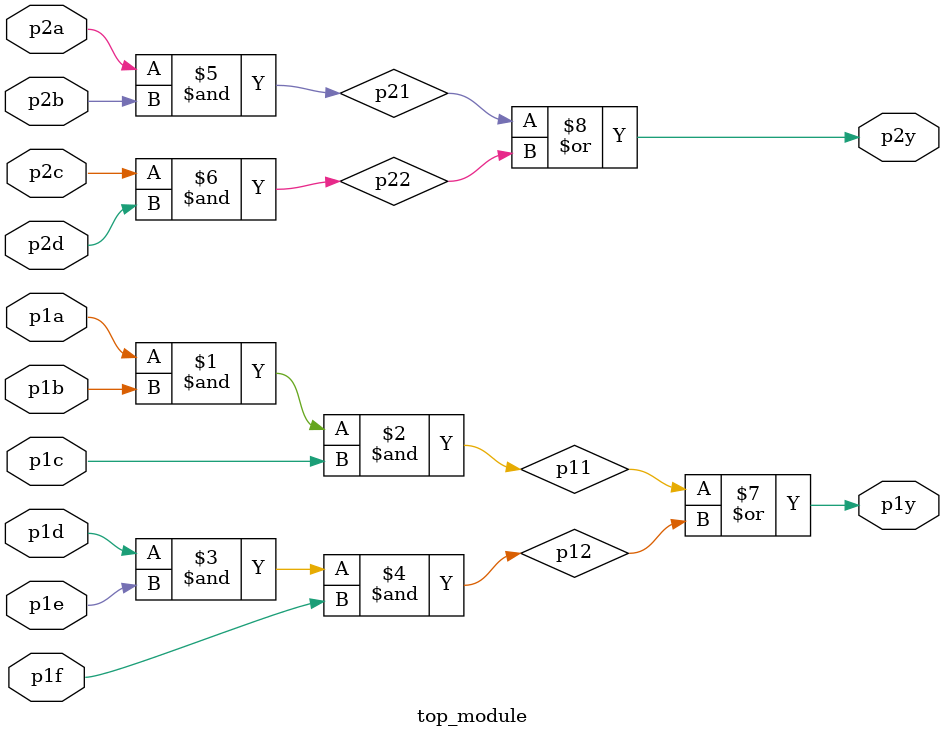
<source format=v>
/*
The 7458 is a chip with four AND gates and two OR gates.
*/

module top_module ( 
    input p1a, p1b, p1c, p1d, p1e, p1f,
    output p1y,
    input p2a, p2b, p2c, p2d,
    output p2y );
	wire p11, p12, p21, p22;
    assign p11 = (p1a&p1b&p1c);
    assign p12 = (p1d&p1e&p1f);
    assign p21 = (p2a&p2b);
    assign p22 = (p2c&p2d);
    assign p1y = p11|p12;
    assign p2y = p21|p22;

endmodule
</source>
